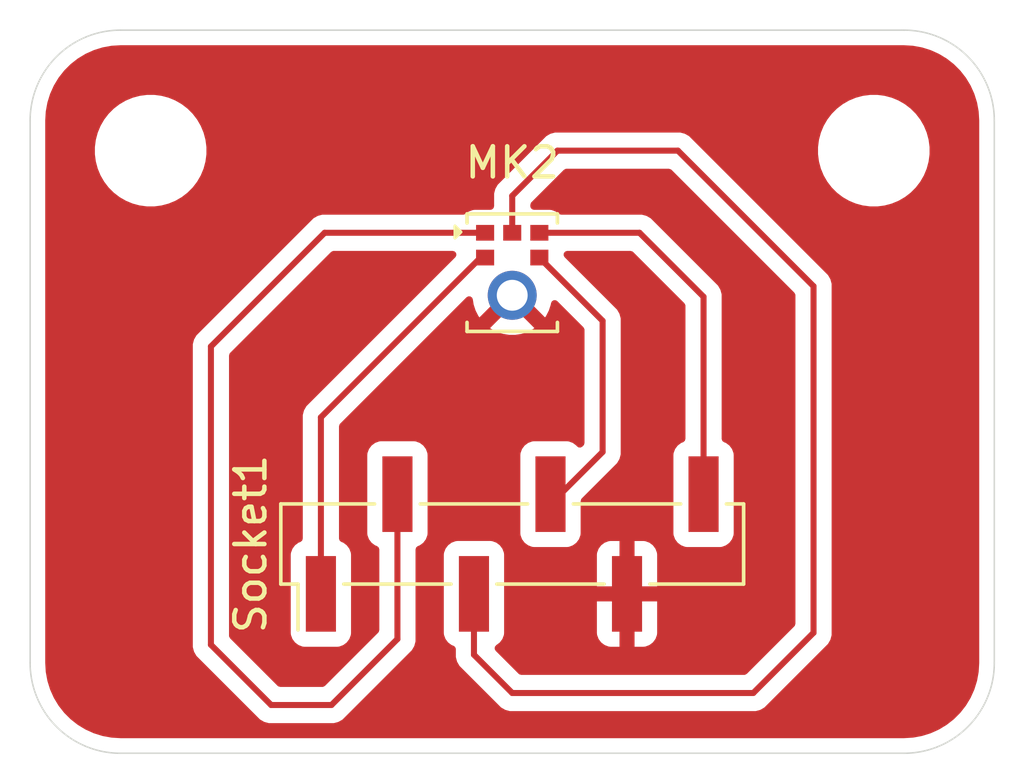
<source format=kicad_pcb>
(kicad_pcb (version 20241229) (generator "pcbnew") (generator_version "9.0")
  (layers (0 "F.Cu" signal) (2 "B.Cu" signal) (13 "F.Paste" user) (15 "B.Paste" user) (5 "F.SilkS" user "F.Silkscreen") (7 "B.SilkS" user "B.Silkscreen") (1 "F.Mask" user) (3 "B.Mask" user) (25 "Edge.Cuts" user))
  (net 0 "")
  (net 1 "Net-(MK1-WS)")
  (net 2 "Net-(MK1-LR)")
  (net 3 "GND")
  (net 4 "Net-(MK1-SD)")
  (net 5 "Net-(MK1-SCK)")
  (net 6 "Net-(MK1-VDD)")
  (footprint "MountingHole:MountingHole_3.2mm_M3" (layer "F.Cu") (at 130 70)
    (property "Reference" "REF**" (hide yes))
    (property "Value" "MountingHole_3.2mm_M3" (hide yes))
    (pad "" np_thru_hole circle (at 0 0) (size 3.2 3.2) (drill 3.2) (layers "*.Cu" "*.Mask"))
  )
  (footprint "Connector_PinHeader_2.54mm:PinHeader_1x06_P2.54mm_Vertical_SMD_Pin1Left" (layer "F.Cu") (at 142 83.055 90)
    (property "Reference" "Socket1" (at 0 -8.68 90) (layer "F.SilkS"))
    (property "Value" "Conn_01x06_Socket" (hide yes))
    (fp_line (start 1.33 -7.68) (end 1.33 -4.57) (stroke (width 0.12)) (layer "F.SilkS"))
    (fp_line (start -1.33 -7.68) (end 1.33 -7.68) (stroke (width 0.12)) (layer "F.SilkS"))
    (fp_line (start -1.33 -7.68) (end -1.33 -7.11) (stroke (width 0.12)) (layer "F.SilkS"))
    (fp_line (start -1.33 -7.11) (end -2.85 -7.11) (stroke (width 0.12)) (layer "F.SilkS"))
    (fp_line (start -1.33 -5.59) (end -1.33 -2.03) (stroke (width 0.12)) (layer "F.SilkS"))
    (fp_line (start 1.33 -3.05) (end 1.33 0.51) (stroke (width 0.12)) (layer "F.SilkS"))
    (fp_line (start -1.33 -0.51) (end -1.33 3.05) (stroke (width 0.12)) (layer "F.SilkS"))
    (fp_line (start 1.33 2.03) (end 1.33 5.59) (stroke (width 0.12)) (layer "F.SilkS"))
    (fp_line (start -1.33 4.57) (end -1.33 7.68) (stroke (width 0.12)) (layer "F.SilkS"))
    (fp_line (start 1.33 7.11) (end 1.33 7.68) (stroke (width 0.12)) (layer "F.SilkS"))
    (fp_line (start -1.33 7.68) (end 1.33 7.68) (stroke (width 0.12)) (layer "F.SilkS"))
    (pad "1" smd rect (at -1.655 -6.35 90) (size 2.51 1) (layers "F.Cu" "F.Mask" "F.Paste") (net 2 "Net-(MK1-LR)"))
    (pad "2" smd rect (at 1.655 -3.81 90) (size 2.51 1) (layers "F.Cu" "F.Mask" "F.Paste") (net 1 "Net-(MK1-WS)"))
    (pad "3" smd rect (at -1.655 -1.27 90) (size 2.51 1) (layers "F.Cu" "F.Mask" "F.Paste") (net 4 "Net-(MK1-SD)"))
    (pad "4" smd rect (at 1.655 1.27 90) (size 2.51 1) (layers "F.Cu" "F.Mask" "F.Paste") (net 5 "Net-(MK1-SCK)"))
    (pad "5" smd rect (at -1.655 3.81 90) (size 2.51 1) (layers "F.Cu" "F.Mask" "F.Paste") (net 3 "GND"))
    (pad "6" smd rect (at 1.655 6.35 90) (size 2.51 1) (layers "F.Cu" "F.Mask" "F.Paste") (net 6 "Net-(MK1-VDD)"))
  )
  (footprint "fab:Mic_MEMS_TDK_ICS-43434" (layer "F.Cu") (at 142 74)
    (property "Reference" "MK2" (at 0 -3.6 0) (layer "F.SilkS"))
    (property "Value" "Mic_MEMS_TDK_ICS-43434" (hide yes))
    (fp_line (start -1.5 -1.9) (end -1.5 -1.6) (stroke (width 0.12)) (layer "F.SilkS"))
    (fp_line (start -1.5 -1.9) (end 1.5 -1.9) (stroke (width 0.12)) (layer "F.SilkS"))
    (fp_line (start -1.5 2) (end -1.5 1.7) (stroke (width 0.12)) (layer "F.SilkS"))
    (fp_line (start 1.5 -1.9) (end 1.5 -1.6) (stroke (width 0.12)) (layer "F.SilkS"))
    (fp_line (start 1.5 2) (end -1.5 2) (stroke (width 0.12)) (layer "F.SilkS"))
    (fp_line (start 1.5 2) (end 1.5 1.7) (stroke (width 0.12)) (layer "F.SilkS"))
    (fp_poly (pts (xy -1.7 -1.3) (xy -1.9 -1.5) (xy -1.9 -1.1)) (stroke (width 0.1)) (fill yes) (layer "F.SilkS"))
    (pad "1" smd rect (at -0.9 -1.274) (size 0.6 0.522) (layers "F.Cu" "F.Mask" "F.Paste") (net 1 "Net-(MK1-WS)"))
    (pad "2" smd rect (at -0.9 -0.452) (size 0.6 0.522) (layers "F.Cu" "F.Mask" "F.Paste") (net 2 "Net-(MK1-LR)"))
    (pad "3" thru_hole circle (at 0 0.8) (size 1.625 1.625) (drill 1.025) (layers "*.Cu" "*.Mask") (net 3 "GND"))
    (pad "4" smd rect (at 0.9 -0.452) (size 0.6 0.522) (layers "F.Cu" "F.Mask" "F.Paste") (net 5 "Net-(MK1-SCK)"))
    (pad "5" smd rect (at 0.9 -1.274) (size 0.6 0.522) (layers "F.Cu" "F.Mask" "F.Paste") (net 6 "Net-(MK1-VDD)"))
    (pad "6" smd rect (at 0 -1.274) (size 0.6 0.522) (layers "F.Cu" "F.Mask" "F.Paste") (net 4 "Net-(MK1-SD)"))
  )
  (footprint "MountingHole:MountingHole_3.2mm_M3" (layer "F.Cu") (at 154 70)
    (property "Reference" "REF**" (hide yes))
    (property "Value" "MountingHole_3.2mm_M3" (hide yes))
    (pad "" np_thru_hole circle (at 0 0) (size 3.2 3.2) (drill 3.2) (layers "*.Cu" "*.Mask"))
  )
  (gr_arc (start 126 69) (mid 126.87868 66.87868) (end 129 66) (stroke (width 0.05)) (layer "Edge.Cuts"))
  (gr_line (start 126 69) (end 126 87) (stroke (width 0.05)) (layer "Edge.Cuts"))
  (gr_line (start 129 90) (end 155 90) (stroke (width 0.05)) (layer "Edge.Cuts"))
  (gr_line (start 158 87) (end 158 69) (stroke (width 0.05)) (layer "Edge.Cuts"))
  (gr_arc (start 155 66) (mid 157.12132 66.87868) (end 158 69) (stroke (width 0.05)) (layer "Edge.Cuts"))
  (gr_arc (start 158 87) (mid 157.12132 89.12132) (end 155 90) (stroke (width 0.05)) (layer "Edge.Cuts"))
  (gr_line (start 155 66) (end 129 66) (stroke (width 0.05)) (layer "Edge.Cuts"))
  (gr_arc (start 129 90) (mid 126.87868 89.12132) (end 126 87) (stroke (width 0.05)) (layer "Edge.Cuts"))
  (segment (start 141.1 72.726) (end 135.774 72.726) (width 0.2) (layer "F.Cu") (net 1))
  (segment (start 134 88.399) (end 136 88.399) (width 0.2) (layer "F.Cu") (net 1))
  (segment (start 132 86.399) (end 134 88.399) (width 0.2) (layer "F.Cu") (net 1))
  (segment (start 132 76.5) (end 132 86.399) (width 0.2) (layer "F.Cu") (net 1))
  (segment (start 135.774 72.726) (end 132 76.5) (width 0.2) (layer "F.Cu") (net 1))
  (segment (start 138.19 86.209) (end 138.19 81.4) (width 0.2) (layer "F.Cu") (net 1))
  (segment (start 136 88.399) (end 138.19 86.209) (width 0.2) (layer "F.Cu") (net 1))
  (segment (start 135.65 78.85) (end 135.65 84.71) (width 0.2) (layer "F.Cu") (net 2))
  (segment (start 141.1 73.548) (end 140.952 73.548) (width 0.2) (layer "F.Cu") (net 2))
  (segment (start 140.952 73.548) (end 135.65 78.85) (width 0.2) (layer "F.Cu") (net 2))
  (segment (start 147.5 70) (end 152 74.5) (width 0.2) (layer "F.Cu") (net 4))
  (segment (start 142 88) (end 140.73 86.73) (width 0.2) (layer "F.Cu") (net 4))
  (segment (start 152 74.5) (end 152 86) (width 0.2) (layer "F.Cu") (net 4))
  (segment (start 140.73 86.73) (end 140.73 84.71) (width 0.2) (layer "F.Cu") (net 4))
  (segment (start 143.5 70) (end 147.5 70) (width 0.2) (layer "F.Cu") (net 4))
  (segment (start 150 88) (end 142 88) (width 0.2) (layer "F.Cu") (net 4))
  (segment (start 142 71.5) (end 143.5 70) (width 0.2) (layer "F.Cu") (net 4))
  (segment (start 142 72.726) (end 142 71.5) (width 0.2) (layer "F.Cu") (net 4))
  (segment (start 152 86) (end 150 88) (width 0.2) (layer "F.Cu") (net 4))
  (segment (start 145 75.648) (end 145 80) (width 0.2) (layer "F.Cu") (net 5))
  (segment (start 143.6 81.4) (end 143.27 81.4) (width 0.2) (layer "F.Cu") (net 5))
  (segment (start 142.9 73.548) (end 145 75.648) (width 0.2) (layer "F.Cu") (net 5))
  (segment (start 145 80) (end 143.6 81.4) (width 0.2) (layer "F.Cu") (net 5))
  (segment (start 146.226 72.726) (end 148.35 74.85) (width 0.2) (layer "F.Cu") (net 6))
  (segment (start 142.9 72.726) (end 146.226 72.726) (width 0.2) (layer "F.Cu") (net 6))
  (segment (start 148.35 74.85) (end 148.35 81.4) (width 0.2) (layer "F.Cu") (net 6))
  (zone (net 3) (net_name "GND") (layer "F.Cu") (connect_pads (clearance 0.5)) (min_thickness 0.25) (fill yes (thermal_gap 0.5) (thermal_bridge_width 0.5))
    (polygon (pts (xy 159 65) (xy 125 65) (xy 125 91) (xy 159 91)))
  )
)
</source>
